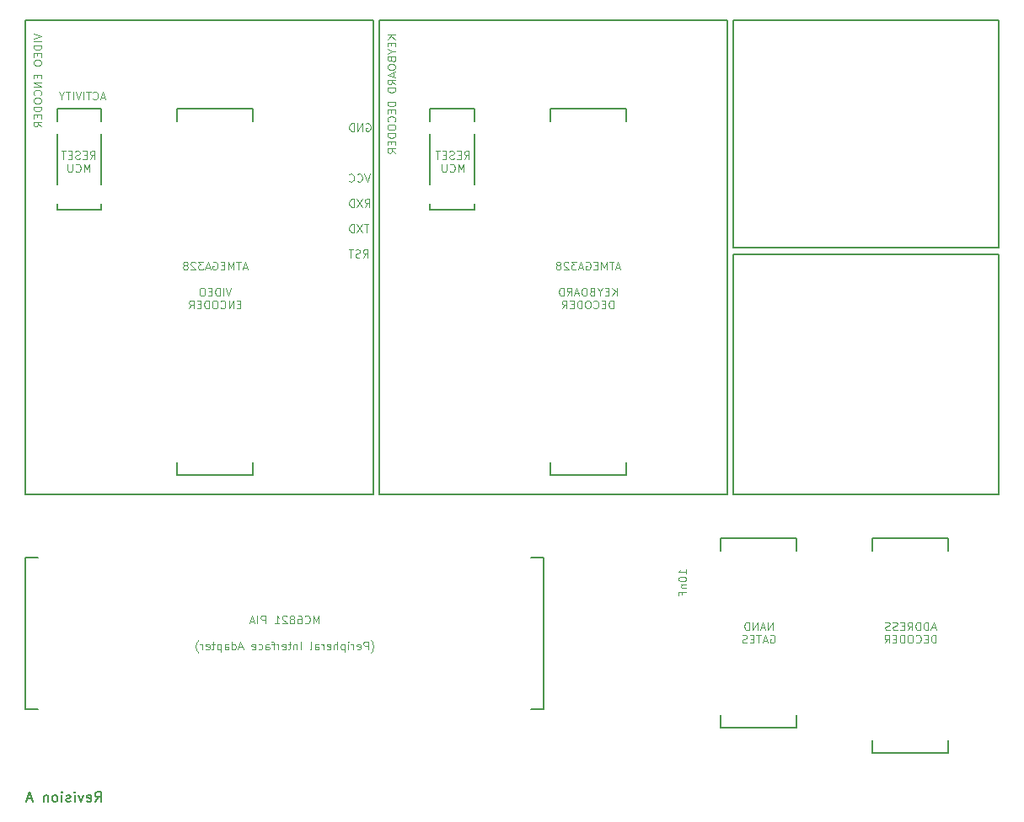
<source format=gbo>
G04 #@! TF.FileFunction,Legend,Bot*
%FSLAX46Y46*%
G04 Gerber Fmt 4.6, Leading zero omitted, Abs format (unit mm)*
G04 Created by KiCad (PCBNEW 4.0.7) date 01/22/20 13:23:21*
%MOMM*%
%LPD*%
G01*
G04 APERTURE LIST*
%ADD10C,0.100000*%
%ADD11C,0.200000*%
%ADD12C,0.150000*%
G04 APERTURE END LIST*
D10*
X130428810Y-81006905D02*
X130695477Y-80625952D01*
X130885953Y-81006905D02*
X130885953Y-80206905D01*
X130581191Y-80206905D01*
X130505000Y-80245000D01*
X130466905Y-80283095D01*
X130428810Y-80359286D01*
X130428810Y-80473571D01*
X130466905Y-80549762D01*
X130505000Y-80587857D01*
X130581191Y-80625952D01*
X130885953Y-80625952D01*
X130124048Y-80968810D02*
X130009762Y-81006905D01*
X129819286Y-81006905D01*
X129743096Y-80968810D01*
X129705000Y-80930714D01*
X129666905Y-80854524D01*
X129666905Y-80778333D01*
X129705000Y-80702143D01*
X129743096Y-80664048D01*
X129819286Y-80625952D01*
X129971667Y-80587857D01*
X130047858Y-80549762D01*
X130085953Y-80511667D01*
X130124048Y-80435476D01*
X130124048Y-80359286D01*
X130085953Y-80283095D01*
X130047858Y-80245000D01*
X129971667Y-80206905D01*
X129781191Y-80206905D01*
X129666905Y-80245000D01*
X129438334Y-80206905D02*
X128981191Y-80206905D01*
X129209762Y-81006905D02*
X129209762Y-80206905D01*
X131114524Y-72586905D02*
X130847857Y-73386905D01*
X130581190Y-72586905D01*
X129857381Y-73310714D02*
X129895476Y-73348810D01*
X130009762Y-73386905D01*
X130085952Y-73386905D01*
X130200238Y-73348810D01*
X130276429Y-73272619D01*
X130314524Y-73196429D01*
X130352619Y-73044048D01*
X130352619Y-72929762D01*
X130314524Y-72777381D01*
X130276429Y-72701190D01*
X130200238Y-72625000D01*
X130085952Y-72586905D01*
X130009762Y-72586905D01*
X129895476Y-72625000D01*
X129857381Y-72663095D01*
X129057381Y-73310714D02*
X129095476Y-73348810D01*
X129209762Y-73386905D01*
X129285952Y-73386905D01*
X129400238Y-73348810D01*
X129476429Y-73272619D01*
X129514524Y-73196429D01*
X129552619Y-73044048D01*
X129552619Y-72929762D01*
X129514524Y-72777381D01*
X129476429Y-72701190D01*
X129400238Y-72625000D01*
X129285952Y-72586905D01*
X129209762Y-72586905D01*
X129095476Y-72625000D01*
X129057381Y-72663095D01*
X130619286Y-75926905D02*
X130885953Y-75545952D01*
X131076429Y-75926905D02*
X131076429Y-75126905D01*
X130771667Y-75126905D01*
X130695476Y-75165000D01*
X130657381Y-75203095D01*
X130619286Y-75279286D01*
X130619286Y-75393571D01*
X130657381Y-75469762D01*
X130695476Y-75507857D01*
X130771667Y-75545952D01*
X131076429Y-75545952D01*
X130352619Y-75126905D02*
X129819286Y-75926905D01*
X129819286Y-75126905D02*
X130352619Y-75926905D01*
X129514524Y-75926905D02*
X129514524Y-75126905D01*
X129324048Y-75126905D01*
X129209762Y-75165000D01*
X129133571Y-75241190D01*
X129095476Y-75317381D01*
X129057381Y-75469762D01*
X129057381Y-75584048D01*
X129095476Y-75736429D01*
X129133571Y-75812619D01*
X129209762Y-75888810D01*
X129324048Y-75926905D01*
X129514524Y-75926905D01*
X131000239Y-77666905D02*
X130543096Y-77666905D01*
X130771667Y-78466905D02*
X130771667Y-77666905D01*
X130352619Y-77666905D02*
X129819286Y-78466905D01*
X129819286Y-77666905D02*
X130352619Y-78466905D01*
X129514524Y-78466905D02*
X129514524Y-77666905D01*
X129324048Y-77666905D01*
X129209762Y-77705000D01*
X129133571Y-77781190D01*
X129095476Y-77857381D01*
X129057381Y-78009762D01*
X129057381Y-78124048D01*
X129095476Y-78276429D01*
X129133571Y-78352619D01*
X129209762Y-78428810D01*
X129324048Y-78466905D01*
X129514524Y-78466905D01*
X130733571Y-67545000D02*
X130809762Y-67506905D01*
X130924047Y-67506905D01*
X131038333Y-67545000D01*
X131114524Y-67621190D01*
X131152619Y-67697381D01*
X131190714Y-67849762D01*
X131190714Y-67964048D01*
X131152619Y-68116429D01*
X131114524Y-68192619D01*
X131038333Y-68268810D01*
X130924047Y-68306905D01*
X130847857Y-68306905D01*
X130733571Y-68268810D01*
X130695476Y-68230714D01*
X130695476Y-67964048D01*
X130847857Y-67964048D01*
X130352619Y-68306905D02*
X130352619Y-67506905D01*
X129895476Y-68306905D01*
X129895476Y-67506905D01*
X129514524Y-68306905D02*
X129514524Y-67506905D01*
X129324048Y-67506905D01*
X129209762Y-67545000D01*
X129133571Y-67621190D01*
X129095476Y-67697381D01*
X129057381Y-67849762D01*
X129057381Y-67964048D01*
X129095476Y-68116429D01*
X129133571Y-68192619D01*
X129209762Y-68268810D01*
X129324048Y-68306905D01*
X129514524Y-68306905D01*
X104501666Y-64903333D02*
X104120714Y-64903333D01*
X104577857Y-65131905D02*
X104311190Y-64331905D01*
X104044523Y-65131905D01*
X103320714Y-65055714D02*
X103358809Y-65093810D01*
X103473095Y-65131905D01*
X103549285Y-65131905D01*
X103663571Y-65093810D01*
X103739762Y-65017619D01*
X103777857Y-64941429D01*
X103815952Y-64789048D01*
X103815952Y-64674762D01*
X103777857Y-64522381D01*
X103739762Y-64446190D01*
X103663571Y-64370000D01*
X103549285Y-64331905D01*
X103473095Y-64331905D01*
X103358809Y-64370000D01*
X103320714Y-64408095D01*
X103092143Y-64331905D02*
X102635000Y-64331905D01*
X102863571Y-65131905D02*
X102863571Y-64331905D01*
X102368333Y-65131905D02*
X102368333Y-64331905D01*
X102101667Y-64331905D02*
X101835000Y-65131905D01*
X101568333Y-64331905D01*
X101301667Y-65131905D02*
X101301667Y-64331905D01*
X101035001Y-64331905D02*
X100577858Y-64331905D01*
X100806429Y-65131905D02*
X100806429Y-64331905D01*
X100158810Y-64750952D02*
X100158810Y-65131905D01*
X100425477Y-64331905D02*
X100158810Y-64750952D01*
X99892143Y-64331905D01*
D11*
X137160000Y-68580000D02*
X137160000Y-73660000D01*
X141605000Y-73660000D02*
X141605000Y-68580000D01*
X141605000Y-76200000D02*
X141605000Y-75565000D01*
X137160000Y-76200000D02*
X141605000Y-76200000D01*
X137160000Y-75565000D02*
X137160000Y-76200000D01*
X141605000Y-66040000D02*
X141605000Y-67310000D01*
X137160000Y-66040000D02*
X141605000Y-66040000D01*
X137160000Y-67310000D02*
X137160000Y-66040000D01*
X99695000Y-68580000D02*
X99695000Y-73660000D01*
X104140000Y-73660000D02*
X104140000Y-68580000D01*
X104140000Y-75565000D02*
X104140000Y-76200000D01*
X99695000Y-76200000D02*
X104140000Y-76200000D01*
X99695000Y-75565000D02*
X99695000Y-76200000D01*
X104140000Y-66040000D02*
X104140000Y-67310000D01*
X99695000Y-66040000D02*
X104140000Y-66040000D01*
X99695000Y-67310000D02*
X99695000Y-66040000D01*
D10*
X140607905Y-71085905D02*
X140874572Y-70704952D01*
X141065048Y-71085905D02*
X141065048Y-70285905D01*
X140760286Y-70285905D01*
X140684095Y-70324000D01*
X140646000Y-70362095D01*
X140607905Y-70438286D01*
X140607905Y-70552571D01*
X140646000Y-70628762D01*
X140684095Y-70666857D01*
X140760286Y-70704952D01*
X141065048Y-70704952D01*
X140265048Y-70666857D02*
X139998381Y-70666857D01*
X139884095Y-71085905D02*
X140265048Y-71085905D01*
X140265048Y-70285905D01*
X139884095Y-70285905D01*
X139579333Y-71047810D02*
X139465047Y-71085905D01*
X139274571Y-71085905D01*
X139198381Y-71047810D01*
X139160285Y-71009714D01*
X139122190Y-70933524D01*
X139122190Y-70857333D01*
X139160285Y-70781143D01*
X139198381Y-70743048D01*
X139274571Y-70704952D01*
X139426952Y-70666857D01*
X139503143Y-70628762D01*
X139541238Y-70590667D01*
X139579333Y-70514476D01*
X139579333Y-70438286D01*
X139541238Y-70362095D01*
X139503143Y-70324000D01*
X139426952Y-70285905D01*
X139236476Y-70285905D01*
X139122190Y-70324000D01*
X138779333Y-70666857D02*
X138512666Y-70666857D01*
X138398380Y-71085905D02*
X138779333Y-71085905D01*
X138779333Y-70285905D01*
X138398380Y-70285905D01*
X138169809Y-70285905D02*
X137712666Y-70285905D01*
X137941237Y-71085905D02*
X137941237Y-70285905D01*
X140531714Y-72385905D02*
X140531714Y-71585905D01*
X140265047Y-72157333D01*
X139998380Y-71585905D01*
X139998380Y-72385905D01*
X139160285Y-72309714D02*
X139198380Y-72347810D01*
X139312666Y-72385905D01*
X139388856Y-72385905D01*
X139503142Y-72347810D01*
X139579333Y-72271619D01*
X139617428Y-72195429D01*
X139655523Y-72043048D01*
X139655523Y-71928762D01*
X139617428Y-71776381D01*
X139579333Y-71700190D01*
X139503142Y-71624000D01*
X139388856Y-71585905D01*
X139312666Y-71585905D01*
X139198380Y-71624000D01*
X139160285Y-71662095D01*
X138817428Y-71585905D02*
X138817428Y-72233524D01*
X138779333Y-72309714D01*
X138741237Y-72347810D01*
X138665047Y-72385905D01*
X138512666Y-72385905D01*
X138436475Y-72347810D01*
X138398380Y-72309714D01*
X138360285Y-72233524D01*
X138360285Y-71585905D01*
X103015905Y-71085905D02*
X103282572Y-70704952D01*
X103473048Y-71085905D02*
X103473048Y-70285905D01*
X103168286Y-70285905D01*
X103092095Y-70324000D01*
X103054000Y-70362095D01*
X103015905Y-70438286D01*
X103015905Y-70552571D01*
X103054000Y-70628762D01*
X103092095Y-70666857D01*
X103168286Y-70704952D01*
X103473048Y-70704952D01*
X102673048Y-70666857D02*
X102406381Y-70666857D01*
X102292095Y-71085905D02*
X102673048Y-71085905D01*
X102673048Y-70285905D01*
X102292095Y-70285905D01*
X101987333Y-71047810D02*
X101873047Y-71085905D01*
X101682571Y-71085905D01*
X101606381Y-71047810D01*
X101568285Y-71009714D01*
X101530190Y-70933524D01*
X101530190Y-70857333D01*
X101568285Y-70781143D01*
X101606381Y-70743048D01*
X101682571Y-70704952D01*
X101834952Y-70666857D01*
X101911143Y-70628762D01*
X101949238Y-70590667D01*
X101987333Y-70514476D01*
X101987333Y-70438286D01*
X101949238Y-70362095D01*
X101911143Y-70324000D01*
X101834952Y-70285905D01*
X101644476Y-70285905D01*
X101530190Y-70324000D01*
X101187333Y-70666857D02*
X100920666Y-70666857D01*
X100806380Y-71085905D02*
X101187333Y-71085905D01*
X101187333Y-70285905D01*
X100806380Y-70285905D01*
X100577809Y-70285905D02*
X100120666Y-70285905D01*
X100349237Y-71085905D02*
X100349237Y-70285905D01*
X102939714Y-72385905D02*
X102939714Y-71585905D01*
X102673047Y-72157333D01*
X102406380Y-71585905D01*
X102406380Y-72385905D01*
X101568285Y-72309714D02*
X101606380Y-72347810D01*
X101720666Y-72385905D01*
X101796856Y-72385905D01*
X101911142Y-72347810D01*
X101987333Y-72271619D01*
X102025428Y-72195429D01*
X102063523Y-72043048D01*
X102063523Y-71928762D01*
X102025428Y-71776381D01*
X101987333Y-71700190D01*
X101911142Y-71624000D01*
X101796856Y-71585905D01*
X101720666Y-71585905D01*
X101606380Y-71624000D01*
X101568285Y-71662095D01*
X101225428Y-71585905D02*
X101225428Y-72233524D01*
X101187333Y-72309714D01*
X101149237Y-72347810D01*
X101073047Y-72385905D01*
X100920666Y-72385905D01*
X100844475Y-72347810D01*
X100806380Y-72309714D01*
X100768285Y-72233524D01*
X100768285Y-71585905D01*
D11*
X131445000Y-57150000D02*
X131445000Y-104775000D01*
X129540000Y-57150000D02*
X131445000Y-57150000D01*
X132080000Y-57150000D02*
X133985000Y-57150000D01*
X132080000Y-104775000D02*
X132080000Y-57150000D01*
X133985000Y-104775000D02*
X132080000Y-104775000D01*
X129540000Y-104775000D02*
X131445000Y-104775000D01*
X194310000Y-80010000D02*
X167640000Y-80010000D01*
X194310000Y-57150000D02*
X194310000Y-80010000D01*
X167640000Y-57150000D02*
X194310000Y-57150000D01*
X167640000Y-80010000D02*
X167640000Y-57150000D01*
X167640000Y-104775000D02*
X167640000Y-80645000D01*
X194310000Y-104775000D02*
X167640000Y-104775000D01*
X194310000Y-80645000D02*
X194310000Y-104775000D01*
X167640000Y-80645000D02*
X194310000Y-80645000D01*
D10*
X133711905Y-58610476D02*
X132911905Y-58610476D01*
X133711905Y-59067619D02*
X133254762Y-58724762D01*
X132911905Y-59067619D02*
X133369048Y-58610476D01*
X133292857Y-59410476D02*
X133292857Y-59677143D01*
X133711905Y-59791429D02*
X133711905Y-59410476D01*
X132911905Y-59410476D01*
X132911905Y-59791429D01*
X133330952Y-60286667D02*
X133711905Y-60286667D01*
X132911905Y-60020000D02*
X133330952Y-60286667D01*
X132911905Y-60553334D01*
X133292857Y-61086667D02*
X133330952Y-61200953D01*
X133369048Y-61239048D01*
X133445238Y-61277143D01*
X133559524Y-61277143D01*
X133635714Y-61239048D01*
X133673810Y-61200953D01*
X133711905Y-61124762D01*
X133711905Y-60820000D01*
X132911905Y-60820000D01*
X132911905Y-61086667D01*
X132950000Y-61162857D01*
X132988095Y-61200953D01*
X133064286Y-61239048D01*
X133140476Y-61239048D01*
X133216667Y-61200953D01*
X133254762Y-61162857D01*
X133292857Y-61086667D01*
X133292857Y-60820000D01*
X132911905Y-61772381D02*
X132911905Y-61924762D01*
X132950000Y-62000953D01*
X133026190Y-62077143D01*
X133178571Y-62115238D01*
X133445238Y-62115238D01*
X133597619Y-62077143D01*
X133673810Y-62000953D01*
X133711905Y-61924762D01*
X133711905Y-61772381D01*
X133673810Y-61696191D01*
X133597619Y-61620000D01*
X133445238Y-61581905D01*
X133178571Y-61581905D01*
X133026190Y-61620000D01*
X132950000Y-61696191D01*
X132911905Y-61772381D01*
X133483333Y-62420000D02*
X133483333Y-62800952D01*
X133711905Y-62343809D02*
X132911905Y-62610476D01*
X133711905Y-62877143D01*
X133711905Y-63600952D02*
X133330952Y-63334285D01*
X133711905Y-63143809D02*
X132911905Y-63143809D01*
X132911905Y-63448571D01*
X132950000Y-63524762D01*
X132988095Y-63562857D01*
X133064286Y-63600952D01*
X133178571Y-63600952D01*
X133254762Y-63562857D01*
X133292857Y-63524762D01*
X133330952Y-63448571D01*
X133330952Y-63143809D01*
X133711905Y-63943809D02*
X132911905Y-63943809D01*
X132911905Y-64134285D01*
X132950000Y-64248571D01*
X133026190Y-64324762D01*
X133102381Y-64362857D01*
X133254762Y-64400952D01*
X133369048Y-64400952D01*
X133521429Y-64362857D01*
X133597619Y-64324762D01*
X133673810Y-64248571D01*
X133711905Y-64134285D01*
X133711905Y-63943809D01*
X133711905Y-65353333D02*
X132911905Y-65353333D01*
X132911905Y-65543809D01*
X132950000Y-65658095D01*
X133026190Y-65734286D01*
X133102381Y-65772381D01*
X133254762Y-65810476D01*
X133369048Y-65810476D01*
X133521429Y-65772381D01*
X133597619Y-65734286D01*
X133673810Y-65658095D01*
X133711905Y-65543809D01*
X133711905Y-65353333D01*
X133292857Y-66153333D02*
X133292857Y-66420000D01*
X133711905Y-66534286D02*
X133711905Y-66153333D01*
X132911905Y-66153333D01*
X132911905Y-66534286D01*
X133635714Y-67334286D02*
X133673810Y-67296191D01*
X133711905Y-67181905D01*
X133711905Y-67105715D01*
X133673810Y-66991429D01*
X133597619Y-66915238D01*
X133521429Y-66877143D01*
X133369048Y-66839048D01*
X133254762Y-66839048D01*
X133102381Y-66877143D01*
X133026190Y-66915238D01*
X132950000Y-66991429D01*
X132911905Y-67105715D01*
X132911905Y-67181905D01*
X132950000Y-67296191D01*
X132988095Y-67334286D01*
X132911905Y-67829524D02*
X132911905Y-67981905D01*
X132950000Y-68058096D01*
X133026190Y-68134286D01*
X133178571Y-68172381D01*
X133445238Y-68172381D01*
X133597619Y-68134286D01*
X133673810Y-68058096D01*
X133711905Y-67981905D01*
X133711905Y-67829524D01*
X133673810Y-67753334D01*
X133597619Y-67677143D01*
X133445238Y-67639048D01*
X133178571Y-67639048D01*
X133026190Y-67677143D01*
X132950000Y-67753334D01*
X132911905Y-67829524D01*
X133711905Y-68515238D02*
X132911905Y-68515238D01*
X132911905Y-68705714D01*
X132950000Y-68820000D01*
X133026190Y-68896191D01*
X133102381Y-68934286D01*
X133254762Y-68972381D01*
X133369048Y-68972381D01*
X133521429Y-68934286D01*
X133597619Y-68896191D01*
X133673810Y-68820000D01*
X133711905Y-68705714D01*
X133711905Y-68515238D01*
X133292857Y-69315238D02*
X133292857Y-69581905D01*
X133711905Y-69696191D02*
X133711905Y-69315238D01*
X132911905Y-69315238D01*
X132911905Y-69696191D01*
X133711905Y-70496191D02*
X133330952Y-70229524D01*
X133711905Y-70039048D02*
X132911905Y-70039048D01*
X132911905Y-70343810D01*
X132950000Y-70420001D01*
X132988095Y-70458096D01*
X133064286Y-70496191D01*
X133178571Y-70496191D01*
X133254762Y-70458096D01*
X133292857Y-70420001D01*
X133330952Y-70343810D01*
X133330952Y-70039048D01*
X97351905Y-58496190D02*
X98151905Y-58762857D01*
X97351905Y-59029524D01*
X98151905Y-59296190D02*
X97351905Y-59296190D01*
X98151905Y-59677142D02*
X97351905Y-59677142D01*
X97351905Y-59867618D01*
X97390000Y-59981904D01*
X97466190Y-60058095D01*
X97542381Y-60096190D01*
X97694762Y-60134285D01*
X97809048Y-60134285D01*
X97961429Y-60096190D01*
X98037619Y-60058095D01*
X98113810Y-59981904D01*
X98151905Y-59867618D01*
X98151905Y-59677142D01*
X97732857Y-60477142D02*
X97732857Y-60743809D01*
X98151905Y-60858095D02*
X98151905Y-60477142D01*
X97351905Y-60477142D01*
X97351905Y-60858095D01*
X97351905Y-61353333D02*
X97351905Y-61505714D01*
X97390000Y-61581905D01*
X97466190Y-61658095D01*
X97618571Y-61696190D01*
X97885238Y-61696190D01*
X98037619Y-61658095D01*
X98113810Y-61581905D01*
X98151905Y-61505714D01*
X98151905Y-61353333D01*
X98113810Y-61277143D01*
X98037619Y-61200952D01*
X97885238Y-61162857D01*
X97618571Y-61162857D01*
X97466190Y-61200952D01*
X97390000Y-61277143D01*
X97351905Y-61353333D01*
X97732857Y-62648571D02*
X97732857Y-62915238D01*
X98151905Y-63029524D02*
X98151905Y-62648571D01*
X97351905Y-62648571D01*
X97351905Y-63029524D01*
X98151905Y-63372381D02*
X97351905Y-63372381D01*
X98151905Y-63829524D01*
X97351905Y-63829524D01*
X98075714Y-64667619D02*
X98113810Y-64629524D01*
X98151905Y-64515238D01*
X98151905Y-64439048D01*
X98113810Y-64324762D01*
X98037619Y-64248571D01*
X97961429Y-64210476D01*
X97809048Y-64172381D01*
X97694762Y-64172381D01*
X97542381Y-64210476D01*
X97466190Y-64248571D01*
X97390000Y-64324762D01*
X97351905Y-64439048D01*
X97351905Y-64515238D01*
X97390000Y-64629524D01*
X97428095Y-64667619D01*
X97351905Y-65162857D02*
X97351905Y-65315238D01*
X97390000Y-65391429D01*
X97466190Y-65467619D01*
X97618571Y-65505714D01*
X97885238Y-65505714D01*
X98037619Y-65467619D01*
X98113810Y-65391429D01*
X98151905Y-65315238D01*
X98151905Y-65162857D01*
X98113810Y-65086667D01*
X98037619Y-65010476D01*
X97885238Y-64972381D01*
X97618571Y-64972381D01*
X97466190Y-65010476D01*
X97390000Y-65086667D01*
X97351905Y-65162857D01*
X98151905Y-65848571D02*
X97351905Y-65848571D01*
X97351905Y-66039047D01*
X97390000Y-66153333D01*
X97466190Y-66229524D01*
X97542381Y-66267619D01*
X97694762Y-66305714D01*
X97809048Y-66305714D01*
X97961429Y-66267619D01*
X98037619Y-66229524D01*
X98113810Y-66153333D01*
X98151905Y-66039047D01*
X98151905Y-65848571D01*
X97732857Y-66648571D02*
X97732857Y-66915238D01*
X98151905Y-67029524D02*
X98151905Y-66648571D01*
X97351905Y-66648571D01*
X97351905Y-67029524D01*
X98151905Y-67829524D02*
X97770952Y-67562857D01*
X98151905Y-67372381D02*
X97351905Y-67372381D01*
X97351905Y-67677143D01*
X97390000Y-67753334D01*
X97428095Y-67791429D01*
X97504286Y-67829524D01*
X97618571Y-67829524D01*
X97694762Y-67791429D01*
X97732857Y-67753334D01*
X97770952Y-67677143D01*
X97770952Y-67372381D01*
D11*
X96520000Y-104775000D02*
X129540000Y-104775000D01*
X96520000Y-57150000D02*
X96520000Y-104775000D01*
X129540000Y-57150000D02*
X96520000Y-57150000D01*
X133985000Y-104775000D02*
X167005000Y-104775000D01*
X167005000Y-57150000D02*
X133985000Y-57150000D01*
X167005000Y-104775000D02*
X167005000Y-57150000D01*
X156845000Y-102870000D02*
X156845000Y-101600000D01*
X149225000Y-102870000D02*
X156845000Y-102870000D01*
X149225000Y-101600000D02*
X149225000Y-102870000D01*
X119380000Y-102870000D02*
X119380000Y-101600000D01*
X111760000Y-102870000D02*
X119380000Y-102870000D01*
X111760000Y-101600000D02*
X111760000Y-102870000D01*
X156845000Y-66040000D02*
X156845000Y-67310000D01*
X149225000Y-66040000D02*
X156845000Y-66040000D01*
X149225000Y-67310000D02*
X149225000Y-66040000D01*
X119380000Y-66040000D02*
X119380000Y-67310000D01*
X111760000Y-66040000D02*
X119380000Y-66040000D01*
X111760000Y-67310000D02*
X111760000Y-66040000D01*
X173990000Y-128270000D02*
X173990000Y-127000000D01*
X166370000Y-128270000D02*
X173990000Y-128270000D01*
X166370000Y-127000000D02*
X166370000Y-128270000D01*
X189230000Y-130810000D02*
X189230000Y-129540000D01*
X181610000Y-130810000D02*
X189230000Y-130810000D01*
X181610000Y-129540000D02*
X181610000Y-130810000D01*
X189230000Y-109220000D02*
X189230000Y-110490000D01*
X181610000Y-109220000D02*
X189230000Y-109220000D01*
X181610000Y-110490000D02*
X181610000Y-109220000D01*
X173990000Y-109220000D02*
X173990000Y-110490000D01*
X166370000Y-109220000D02*
X173990000Y-109220000D01*
X166370000Y-110490000D02*
X166370000Y-109220000D01*
X148590000Y-126365000D02*
X147320000Y-126365000D01*
X148590000Y-111125000D02*
X148590000Y-126365000D01*
X147320000Y-111125000D02*
X148590000Y-111125000D01*
X96520000Y-126365000D02*
X97790000Y-126365000D01*
X96520000Y-111125000D02*
X96520000Y-126365000D01*
X97790000Y-111125000D02*
X96520000Y-111125000D01*
D12*
X103520000Y-135707381D02*
X103853334Y-135231190D01*
X104091429Y-135707381D02*
X104091429Y-134707381D01*
X103710476Y-134707381D01*
X103615238Y-134755000D01*
X103567619Y-134802619D01*
X103520000Y-134897857D01*
X103520000Y-135040714D01*
X103567619Y-135135952D01*
X103615238Y-135183571D01*
X103710476Y-135231190D01*
X104091429Y-135231190D01*
X102710476Y-135659762D02*
X102805714Y-135707381D01*
X102996191Y-135707381D01*
X103091429Y-135659762D01*
X103139048Y-135564524D01*
X103139048Y-135183571D01*
X103091429Y-135088333D01*
X102996191Y-135040714D01*
X102805714Y-135040714D01*
X102710476Y-135088333D01*
X102662857Y-135183571D01*
X102662857Y-135278810D01*
X103139048Y-135374048D01*
X102329524Y-135040714D02*
X102091429Y-135707381D01*
X101853333Y-135040714D01*
X101472381Y-135707381D02*
X101472381Y-135040714D01*
X101472381Y-134707381D02*
X101520000Y-134755000D01*
X101472381Y-134802619D01*
X101424762Y-134755000D01*
X101472381Y-134707381D01*
X101472381Y-134802619D01*
X101043810Y-135659762D02*
X100948572Y-135707381D01*
X100758096Y-135707381D01*
X100662857Y-135659762D01*
X100615238Y-135564524D01*
X100615238Y-135516905D01*
X100662857Y-135421667D01*
X100758096Y-135374048D01*
X100900953Y-135374048D01*
X100996191Y-135326429D01*
X101043810Y-135231190D01*
X101043810Y-135183571D01*
X100996191Y-135088333D01*
X100900953Y-135040714D01*
X100758096Y-135040714D01*
X100662857Y-135088333D01*
X100186667Y-135707381D02*
X100186667Y-135040714D01*
X100186667Y-134707381D02*
X100234286Y-134755000D01*
X100186667Y-134802619D01*
X100139048Y-134755000D01*
X100186667Y-134707381D01*
X100186667Y-134802619D01*
X99567620Y-135707381D02*
X99662858Y-135659762D01*
X99710477Y-135612143D01*
X99758096Y-135516905D01*
X99758096Y-135231190D01*
X99710477Y-135135952D01*
X99662858Y-135088333D01*
X99567620Y-135040714D01*
X99424762Y-135040714D01*
X99329524Y-135088333D01*
X99281905Y-135135952D01*
X99234286Y-135231190D01*
X99234286Y-135516905D01*
X99281905Y-135612143D01*
X99329524Y-135659762D01*
X99424762Y-135707381D01*
X99567620Y-135707381D01*
X98805715Y-135040714D02*
X98805715Y-135707381D01*
X98805715Y-135135952D02*
X98758096Y-135088333D01*
X98662858Y-135040714D01*
X98520000Y-135040714D01*
X98424762Y-135088333D01*
X98377143Y-135183571D01*
X98377143Y-135707381D01*
X97186667Y-135421667D02*
X96710476Y-135421667D01*
X97281905Y-135707381D02*
X96948572Y-134707381D01*
X96615238Y-135707381D01*
D10*
X125983572Y-117806905D02*
X125983572Y-117006905D01*
X125716905Y-117578333D01*
X125450238Y-117006905D01*
X125450238Y-117806905D01*
X124612143Y-117730714D02*
X124650238Y-117768810D01*
X124764524Y-117806905D01*
X124840714Y-117806905D01*
X124955000Y-117768810D01*
X125031191Y-117692619D01*
X125069286Y-117616429D01*
X125107381Y-117464048D01*
X125107381Y-117349762D01*
X125069286Y-117197381D01*
X125031191Y-117121190D01*
X124955000Y-117045000D01*
X124840714Y-117006905D01*
X124764524Y-117006905D01*
X124650238Y-117045000D01*
X124612143Y-117083095D01*
X123926429Y-117006905D02*
X124078810Y-117006905D01*
X124155000Y-117045000D01*
X124193095Y-117083095D01*
X124269286Y-117197381D01*
X124307381Y-117349762D01*
X124307381Y-117654524D01*
X124269286Y-117730714D01*
X124231191Y-117768810D01*
X124155000Y-117806905D01*
X124002619Y-117806905D01*
X123926429Y-117768810D01*
X123888333Y-117730714D01*
X123850238Y-117654524D01*
X123850238Y-117464048D01*
X123888333Y-117387857D01*
X123926429Y-117349762D01*
X124002619Y-117311667D01*
X124155000Y-117311667D01*
X124231191Y-117349762D01*
X124269286Y-117387857D01*
X124307381Y-117464048D01*
X123393095Y-117349762D02*
X123469286Y-117311667D01*
X123507381Y-117273571D01*
X123545476Y-117197381D01*
X123545476Y-117159286D01*
X123507381Y-117083095D01*
X123469286Y-117045000D01*
X123393095Y-117006905D01*
X123240714Y-117006905D01*
X123164524Y-117045000D01*
X123126428Y-117083095D01*
X123088333Y-117159286D01*
X123088333Y-117197381D01*
X123126428Y-117273571D01*
X123164524Y-117311667D01*
X123240714Y-117349762D01*
X123393095Y-117349762D01*
X123469286Y-117387857D01*
X123507381Y-117425952D01*
X123545476Y-117502143D01*
X123545476Y-117654524D01*
X123507381Y-117730714D01*
X123469286Y-117768810D01*
X123393095Y-117806905D01*
X123240714Y-117806905D01*
X123164524Y-117768810D01*
X123126428Y-117730714D01*
X123088333Y-117654524D01*
X123088333Y-117502143D01*
X123126428Y-117425952D01*
X123164524Y-117387857D01*
X123240714Y-117349762D01*
X122783571Y-117083095D02*
X122745476Y-117045000D01*
X122669285Y-117006905D01*
X122478809Y-117006905D01*
X122402619Y-117045000D01*
X122364523Y-117083095D01*
X122326428Y-117159286D01*
X122326428Y-117235476D01*
X122364523Y-117349762D01*
X122821666Y-117806905D01*
X122326428Y-117806905D01*
X121564523Y-117806905D02*
X122021666Y-117806905D01*
X121793095Y-117806905D02*
X121793095Y-117006905D01*
X121869285Y-117121190D01*
X121945476Y-117197381D01*
X122021666Y-117235476D01*
X120612142Y-117806905D02*
X120612142Y-117006905D01*
X120307380Y-117006905D01*
X120231189Y-117045000D01*
X120193094Y-117083095D01*
X120154999Y-117159286D01*
X120154999Y-117273571D01*
X120193094Y-117349762D01*
X120231189Y-117387857D01*
X120307380Y-117425952D01*
X120612142Y-117425952D01*
X119812142Y-117806905D02*
X119812142Y-117006905D01*
X119469285Y-117578333D02*
X119088333Y-117578333D01*
X119545476Y-117806905D02*
X119278809Y-117006905D01*
X119012142Y-117806905D01*
X131240714Y-120711667D02*
X131278810Y-120673571D01*
X131355000Y-120559286D01*
X131393095Y-120483095D01*
X131431191Y-120368810D01*
X131469286Y-120178333D01*
X131469286Y-120025952D01*
X131431191Y-119835476D01*
X131393095Y-119721190D01*
X131355000Y-119645000D01*
X131278810Y-119530714D01*
X131240714Y-119492619D01*
X130935953Y-120406905D02*
X130935953Y-119606905D01*
X130631191Y-119606905D01*
X130555000Y-119645000D01*
X130516905Y-119683095D01*
X130478810Y-119759286D01*
X130478810Y-119873571D01*
X130516905Y-119949762D01*
X130555000Y-119987857D01*
X130631191Y-120025952D01*
X130935953Y-120025952D01*
X129831191Y-120368810D02*
X129907381Y-120406905D01*
X130059762Y-120406905D01*
X130135953Y-120368810D01*
X130174048Y-120292619D01*
X130174048Y-119987857D01*
X130135953Y-119911667D01*
X130059762Y-119873571D01*
X129907381Y-119873571D01*
X129831191Y-119911667D01*
X129793096Y-119987857D01*
X129793096Y-120064048D01*
X130174048Y-120140238D01*
X129450239Y-120406905D02*
X129450239Y-119873571D01*
X129450239Y-120025952D02*
X129412144Y-119949762D01*
X129374048Y-119911667D01*
X129297858Y-119873571D01*
X129221667Y-119873571D01*
X128955001Y-120406905D02*
X128955001Y-119873571D01*
X128955001Y-119606905D02*
X128993096Y-119645000D01*
X128955001Y-119683095D01*
X128916906Y-119645000D01*
X128955001Y-119606905D01*
X128955001Y-119683095D01*
X128574049Y-119873571D02*
X128574049Y-120673571D01*
X128574049Y-119911667D02*
X128497858Y-119873571D01*
X128345477Y-119873571D01*
X128269287Y-119911667D01*
X128231192Y-119949762D01*
X128193096Y-120025952D01*
X128193096Y-120254524D01*
X128231192Y-120330714D01*
X128269287Y-120368810D01*
X128345477Y-120406905D01*
X128497858Y-120406905D01*
X128574049Y-120368810D01*
X127850239Y-120406905D02*
X127850239Y-119606905D01*
X127507382Y-120406905D02*
X127507382Y-119987857D01*
X127545477Y-119911667D01*
X127621667Y-119873571D01*
X127735953Y-119873571D01*
X127812144Y-119911667D01*
X127850239Y-119949762D01*
X126821667Y-120368810D02*
X126897857Y-120406905D01*
X127050238Y-120406905D01*
X127126429Y-120368810D01*
X127164524Y-120292619D01*
X127164524Y-119987857D01*
X127126429Y-119911667D01*
X127050238Y-119873571D01*
X126897857Y-119873571D01*
X126821667Y-119911667D01*
X126783572Y-119987857D01*
X126783572Y-120064048D01*
X127164524Y-120140238D01*
X126440715Y-120406905D02*
X126440715Y-119873571D01*
X126440715Y-120025952D02*
X126402620Y-119949762D01*
X126364524Y-119911667D01*
X126288334Y-119873571D01*
X126212143Y-119873571D01*
X125602620Y-120406905D02*
X125602620Y-119987857D01*
X125640715Y-119911667D01*
X125716905Y-119873571D01*
X125869286Y-119873571D01*
X125945477Y-119911667D01*
X125602620Y-120368810D02*
X125678810Y-120406905D01*
X125869286Y-120406905D01*
X125945477Y-120368810D01*
X125983572Y-120292619D01*
X125983572Y-120216429D01*
X125945477Y-120140238D01*
X125869286Y-120102143D01*
X125678810Y-120102143D01*
X125602620Y-120064048D01*
X125107381Y-120406905D02*
X125183572Y-120368810D01*
X125221667Y-120292619D01*
X125221667Y-119606905D01*
X124193095Y-120406905D02*
X124193095Y-119606905D01*
X123812143Y-119873571D02*
X123812143Y-120406905D01*
X123812143Y-119949762D02*
X123774048Y-119911667D01*
X123697857Y-119873571D01*
X123583571Y-119873571D01*
X123507381Y-119911667D01*
X123469286Y-119987857D01*
X123469286Y-120406905D01*
X123202619Y-119873571D02*
X122897857Y-119873571D01*
X123088333Y-119606905D02*
X123088333Y-120292619D01*
X123050238Y-120368810D01*
X122974047Y-120406905D01*
X122897857Y-120406905D01*
X122326428Y-120368810D02*
X122402618Y-120406905D01*
X122554999Y-120406905D01*
X122631190Y-120368810D01*
X122669285Y-120292619D01*
X122669285Y-119987857D01*
X122631190Y-119911667D01*
X122554999Y-119873571D01*
X122402618Y-119873571D01*
X122326428Y-119911667D01*
X122288333Y-119987857D01*
X122288333Y-120064048D01*
X122669285Y-120140238D01*
X121945476Y-120406905D02*
X121945476Y-119873571D01*
X121945476Y-120025952D02*
X121907381Y-119949762D01*
X121869285Y-119911667D01*
X121793095Y-119873571D01*
X121716904Y-119873571D01*
X121564524Y-119873571D02*
X121259762Y-119873571D01*
X121450238Y-120406905D02*
X121450238Y-119721190D01*
X121412143Y-119645000D01*
X121335952Y-119606905D01*
X121259762Y-119606905D01*
X120650238Y-120406905D02*
X120650238Y-119987857D01*
X120688333Y-119911667D01*
X120764523Y-119873571D01*
X120916904Y-119873571D01*
X120993095Y-119911667D01*
X120650238Y-120368810D02*
X120726428Y-120406905D01*
X120916904Y-120406905D01*
X120993095Y-120368810D01*
X121031190Y-120292619D01*
X121031190Y-120216429D01*
X120993095Y-120140238D01*
X120916904Y-120102143D01*
X120726428Y-120102143D01*
X120650238Y-120064048D01*
X119926428Y-120368810D02*
X120002618Y-120406905D01*
X120154999Y-120406905D01*
X120231190Y-120368810D01*
X120269285Y-120330714D01*
X120307380Y-120254524D01*
X120307380Y-120025952D01*
X120269285Y-119949762D01*
X120231190Y-119911667D01*
X120154999Y-119873571D01*
X120002618Y-119873571D01*
X119926428Y-119911667D01*
X119278809Y-120368810D02*
X119354999Y-120406905D01*
X119507380Y-120406905D01*
X119583571Y-120368810D01*
X119621666Y-120292619D01*
X119621666Y-119987857D01*
X119583571Y-119911667D01*
X119507380Y-119873571D01*
X119354999Y-119873571D01*
X119278809Y-119911667D01*
X119240714Y-119987857D01*
X119240714Y-120064048D01*
X119621666Y-120140238D01*
X118326428Y-120178333D02*
X117945476Y-120178333D01*
X118402619Y-120406905D02*
X118135952Y-119606905D01*
X117869285Y-120406905D01*
X117259762Y-120406905D02*
X117259762Y-119606905D01*
X117259762Y-120368810D02*
X117335952Y-120406905D01*
X117488333Y-120406905D01*
X117564524Y-120368810D01*
X117602619Y-120330714D01*
X117640714Y-120254524D01*
X117640714Y-120025952D01*
X117602619Y-119949762D01*
X117564524Y-119911667D01*
X117488333Y-119873571D01*
X117335952Y-119873571D01*
X117259762Y-119911667D01*
X116535952Y-120406905D02*
X116535952Y-119987857D01*
X116574047Y-119911667D01*
X116650237Y-119873571D01*
X116802618Y-119873571D01*
X116878809Y-119911667D01*
X116535952Y-120368810D02*
X116612142Y-120406905D01*
X116802618Y-120406905D01*
X116878809Y-120368810D01*
X116916904Y-120292619D01*
X116916904Y-120216429D01*
X116878809Y-120140238D01*
X116802618Y-120102143D01*
X116612142Y-120102143D01*
X116535952Y-120064048D01*
X116154999Y-119873571D02*
X116154999Y-120673571D01*
X116154999Y-119911667D02*
X116078808Y-119873571D01*
X115926427Y-119873571D01*
X115850237Y-119911667D01*
X115812142Y-119949762D01*
X115774046Y-120025952D01*
X115774046Y-120254524D01*
X115812142Y-120330714D01*
X115850237Y-120368810D01*
X115926427Y-120406905D01*
X116078808Y-120406905D01*
X116154999Y-120368810D01*
X115545475Y-119873571D02*
X115240713Y-119873571D01*
X115431189Y-119606905D02*
X115431189Y-120292619D01*
X115393094Y-120368810D01*
X115316903Y-120406905D01*
X115240713Y-120406905D01*
X114669284Y-120368810D02*
X114745474Y-120406905D01*
X114897855Y-120406905D01*
X114974046Y-120368810D01*
X115012141Y-120292619D01*
X115012141Y-119987857D01*
X114974046Y-119911667D01*
X114897855Y-119873571D01*
X114745474Y-119873571D01*
X114669284Y-119911667D01*
X114631189Y-119987857D01*
X114631189Y-120064048D01*
X115012141Y-120140238D01*
X114288332Y-120406905D02*
X114288332Y-119873571D01*
X114288332Y-120025952D02*
X114250237Y-119949762D01*
X114212141Y-119911667D01*
X114135951Y-119873571D01*
X114059760Y-119873571D01*
X113869284Y-120711667D02*
X113831189Y-120673571D01*
X113754999Y-120559286D01*
X113716903Y-120483095D01*
X113678808Y-120368810D01*
X113640713Y-120178333D01*
X113640713Y-120025952D01*
X113678808Y-119835476D01*
X113716903Y-119721190D01*
X113754999Y-119645000D01*
X113831189Y-119530714D01*
X113869284Y-119492619D01*
X156235000Y-82003333D02*
X155854048Y-82003333D01*
X156311191Y-82231905D02*
X156044524Y-81431905D01*
X155777857Y-82231905D01*
X155625477Y-81431905D02*
X155168334Y-81431905D01*
X155396905Y-82231905D02*
X155396905Y-81431905D01*
X154901667Y-82231905D02*
X154901667Y-81431905D01*
X154635000Y-82003333D01*
X154368333Y-81431905D01*
X154368333Y-82231905D01*
X153987381Y-81812857D02*
X153720714Y-81812857D01*
X153606428Y-82231905D02*
X153987381Y-82231905D01*
X153987381Y-81431905D01*
X153606428Y-81431905D01*
X152844523Y-81470000D02*
X152920714Y-81431905D01*
X153034999Y-81431905D01*
X153149285Y-81470000D01*
X153225476Y-81546190D01*
X153263571Y-81622381D01*
X153301666Y-81774762D01*
X153301666Y-81889048D01*
X153263571Y-82041429D01*
X153225476Y-82117619D01*
X153149285Y-82193810D01*
X153034999Y-82231905D01*
X152958809Y-82231905D01*
X152844523Y-82193810D01*
X152806428Y-82155714D01*
X152806428Y-81889048D01*
X152958809Y-81889048D01*
X152501666Y-82003333D02*
X152120714Y-82003333D01*
X152577857Y-82231905D02*
X152311190Y-81431905D01*
X152044523Y-82231905D01*
X151854047Y-81431905D02*
X151358809Y-81431905D01*
X151625476Y-81736667D01*
X151511190Y-81736667D01*
X151435000Y-81774762D01*
X151396904Y-81812857D01*
X151358809Y-81889048D01*
X151358809Y-82079524D01*
X151396904Y-82155714D01*
X151435000Y-82193810D01*
X151511190Y-82231905D01*
X151739762Y-82231905D01*
X151815952Y-82193810D01*
X151854047Y-82155714D01*
X151054047Y-81508095D02*
X151015952Y-81470000D01*
X150939761Y-81431905D01*
X150749285Y-81431905D01*
X150673095Y-81470000D01*
X150634999Y-81508095D01*
X150596904Y-81584286D01*
X150596904Y-81660476D01*
X150634999Y-81774762D01*
X151092142Y-82231905D01*
X150596904Y-82231905D01*
X150139761Y-81774762D02*
X150215952Y-81736667D01*
X150254047Y-81698571D01*
X150292142Y-81622381D01*
X150292142Y-81584286D01*
X150254047Y-81508095D01*
X150215952Y-81470000D01*
X150139761Y-81431905D01*
X149987380Y-81431905D01*
X149911190Y-81470000D01*
X149873094Y-81508095D01*
X149834999Y-81584286D01*
X149834999Y-81622381D01*
X149873094Y-81698571D01*
X149911190Y-81736667D01*
X149987380Y-81774762D01*
X150139761Y-81774762D01*
X150215952Y-81812857D01*
X150254047Y-81850952D01*
X150292142Y-81927143D01*
X150292142Y-82079524D01*
X150254047Y-82155714D01*
X150215952Y-82193810D01*
X150139761Y-82231905D01*
X149987380Y-82231905D01*
X149911190Y-82193810D01*
X149873094Y-82155714D01*
X149834999Y-82079524D01*
X149834999Y-81927143D01*
X149873094Y-81850952D01*
X149911190Y-81812857D01*
X149987380Y-81774762D01*
X155911190Y-84831905D02*
X155911190Y-84031905D01*
X155454047Y-84831905D02*
X155796904Y-84374762D01*
X155454047Y-84031905D02*
X155911190Y-84489048D01*
X155111190Y-84412857D02*
X154844523Y-84412857D01*
X154730237Y-84831905D02*
X155111190Y-84831905D01*
X155111190Y-84031905D01*
X154730237Y-84031905D01*
X154234999Y-84450952D02*
X154234999Y-84831905D01*
X154501666Y-84031905D02*
X154234999Y-84450952D01*
X153968332Y-84031905D01*
X153434999Y-84412857D02*
X153320713Y-84450952D01*
X153282618Y-84489048D01*
X153244523Y-84565238D01*
X153244523Y-84679524D01*
X153282618Y-84755714D01*
X153320713Y-84793810D01*
X153396904Y-84831905D01*
X153701666Y-84831905D01*
X153701666Y-84031905D01*
X153434999Y-84031905D01*
X153358809Y-84070000D01*
X153320713Y-84108095D01*
X153282618Y-84184286D01*
X153282618Y-84260476D01*
X153320713Y-84336667D01*
X153358809Y-84374762D01*
X153434999Y-84412857D01*
X153701666Y-84412857D01*
X152749285Y-84031905D02*
X152596904Y-84031905D01*
X152520713Y-84070000D01*
X152444523Y-84146190D01*
X152406428Y-84298571D01*
X152406428Y-84565238D01*
X152444523Y-84717619D01*
X152520713Y-84793810D01*
X152596904Y-84831905D01*
X152749285Y-84831905D01*
X152825475Y-84793810D01*
X152901666Y-84717619D01*
X152939761Y-84565238D01*
X152939761Y-84298571D01*
X152901666Y-84146190D01*
X152825475Y-84070000D01*
X152749285Y-84031905D01*
X152101666Y-84603333D02*
X151720714Y-84603333D01*
X152177857Y-84831905D02*
X151911190Y-84031905D01*
X151644523Y-84831905D01*
X150920714Y-84831905D02*
X151187381Y-84450952D01*
X151377857Y-84831905D02*
X151377857Y-84031905D01*
X151073095Y-84031905D01*
X150996904Y-84070000D01*
X150958809Y-84108095D01*
X150920714Y-84184286D01*
X150920714Y-84298571D01*
X150958809Y-84374762D01*
X150996904Y-84412857D01*
X151073095Y-84450952D01*
X151377857Y-84450952D01*
X150577857Y-84831905D02*
X150577857Y-84031905D01*
X150387381Y-84031905D01*
X150273095Y-84070000D01*
X150196904Y-84146190D01*
X150158809Y-84222381D01*
X150120714Y-84374762D01*
X150120714Y-84489048D01*
X150158809Y-84641429D01*
X150196904Y-84717619D01*
X150273095Y-84793810D01*
X150387381Y-84831905D01*
X150577857Y-84831905D01*
X155587381Y-86131905D02*
X155587381Y-85331905D01*
X155396905Y-85331905D01*
X155282619Y-85370000D01*
X155206428Y-85446190D01*
X155168333Y-85522381D01*
X155130238Y-85674762D01*
X155130238Y-85789048D01*
X155168333Y-85941429D01*
X155206428Y-86017619D01*
X155282619Y-86093810D01*
X155396905Y-86131905D01*
X155587381Y-86131905D01*
X154787381Y-85712857D02*
X154520714Y-85712857D01*
X154406428Y-86131905D02*
X154787381Y-86131905D01*
X154787381Y-85331905D01*
X154406428Y-85331905D01*
X153606428Y-86055714D02*
X153644523Y-86093810D01*
X153758809Y-86131905D01*
X153834999Y-86131905D01*
X153949285Y-86093810D01*
X154025476Y-86017619D01*
X154063571Y-85941429D01*
X154101666Y-85789048D01*
X154101666Y-85674762D01*
X154063571Y-85522381D01*
X154025476Y-85446190D01*
X153949285Y-85370000D01*
X153834999Y-85331905D01*
X153758809Y-85331905D01*
X153644523Y-85370000D01*
X153606428Y-85408095D01*
X153111190Y-85331905D02*
X152958809Y-85331905D01*
X152882618Y-85370000D01*
X152806428Y-85446190D01*
X152768333Y-85598571D01*
X152768333Y-85865238D01*
X152806428Y-86017619D01*
X152882618Y-86093810D01*
X152958809Y-86131905D01*
X153111190Y-86131905D01*
X153187380Y-86093810D01*
X153263571Y-86017619D01*
X153301666Y-85865238D01*
X153301666Y-85598571D01*
X153263571Y-85446190D01*
X153187380Y-85370000D01*
X153111190Y-85331905D01*
X152425476Y-86131905D02*
X152425476Y-85331905D01*
X152235000Y-85331905D01*
X152120714Y-85370000D01*
X152044523Y-85446190D01*
X152006428Y-85522381D01*
X151968333Y-85674762D01*
X151968333Y-85789048D01*
X152006428Y-85941429D01*
X152044523Y-86017619D01*
X152120714Y-86093810D01*
X152235000Y-86131905D01*
X152425476Y-86131905D01*
X151625476Y-85712857D02*
X151358809Y-85712857D01*
X151244523Y-86131905D02*
X151625476Y-86131905D01*
X151625476Y-85331905D01*
X151244523Y-85331905D01*
X150444523Y-86131905D02*
X150711190Y-85750952D01*
X150901666Y-86131905D02*
X150901666Y-85331905D01*
X150596904Y-85331905D01*
X150520713Y-85370000D01*
X150482618Y-85408095D01*
X150444523Y-85484286D01*
X150444523Y-85598571D01*
X150482618Y-85674762D01*
X150520713Y-85712857D01*
X150596904Y-85750952D01*
X150901666Y-85750952D01*
X118770000Y-82003333D02*
X118389048Y-82003333D01*
X118846191Y-82231905D02*
X118579524Y-81431905D01*
X118312857Y-82231905D01*
X118160477Y-81431905D02*
X117703334Y-81431905D01*
X117931905Y-82231905D02*
X117931905Y-81431905D01*
X117436667Y-82231905D02*
X117436667Y-81431905D01*
X117170000Y-82003333D01*
X116903333Y-81431905D01*
X116903333Y-82231905D01*
X116522381Y-81812857D02*
X116255714Y-81812857D01*
X116141428Y-82231905D02*
X116522381Y-82231905D01*
X116522381Y-81431905D01*
X116141428Y-81431905D01*
X115379523Y-81470000D02*
X115455714Y-81431905D01*
X115569999Y-81431905D01*
X115684285Y-81470000D01*
X115760476Y-81546190D01*
X115798571Y-81622381D01*
X115836666Y-81774762D01*
X115836666Y-81889048D01*
X115798571Y-82041429D01*
X115760476Y-82117619D01*
X115684285Y-82193810D01*
X115569999Y-82231905D01*
X115493809Y-82231905D01*
X115379523Y-82193810D01*
X115341428Y-82155714D01*
X115341428Y-81889048D01*
X115493809Y-81889048D01*
X115036666Y-82003333D02*
X114655714Y-82003333D01*
X115112857Y-82231905D02*
X114846190Y-81431905D01*
X114579523Y-82231905D01*
X114389047Y-81431905D02*
X113893809Y-81431905D01*
X114160476Y-81736667D01*
X114046190Y-81736667D01*
X113970000Y-81774762D01*
X113931904Y-81812857D01*
X113893809Y-81889048D01*
X113893809Y-82079524D01*
X113931904Y-82155714D01*
X113970000Y-82193810D01*
X114046190Y-82231905D01*
X114274762Y-82231905D01*
X114350952Y-82193810D01*
X114389047Y-82155714D01*
X113589047Y-81508095D02*
X113550952Y-81470000D01*
X113474761Y-81431905D01*
X113284285Y-81431905D01*
X113208095Y-81470000D01*
X113169999Y-81508095D01*
X113131904Y-81584286D01*
X113131904Y-81660476D01*
X113169999Y-81774762D01*
X113627142Y-82231905D01*
X113131904Y-82231905D01*
X112674761Y-81774762D02*
X112750952Y-81736667D01*
X112789047Y-81698571D01*
X112827142Y-81622381D01*
X112827142Y-81584286D01*
X112789047Y-81508095D01*
X112750952Y-81470000D01*
X112674761Y-81431905D01*
X112522380Y-81431905D01*
X112446190Y-81470000D01*
X112408094Y-81508095D01*
X112369999Y-81584286D01*
X112369999Y-81622381D01*
X112408094Y-81698571D01*
X112446190Y-81736667D01*
X112522380Y-81774762D01*
X112674761Y-81774762D01*
X112750952Y-81812857D01*
X112789047Y-81850952D01*
X112827142Y-81927143D01*
X112827142Y-82079524D01*
X112789047Y-82155714D01*
X112750952Y-82193810D01*
X112674761Y-82231905D01*
X112522380Y-82231905D01*
X112446190Y-82193810D01*
X112408094Y-82155714D01*
X112369999Y-82079524D01*
X112369999Y-81927143D01*
X112408094Y-81850952D01*
X112446190Y-81812857D01*
X112522380Y-81774762D01*
X117208095Y-84031905D02*
X116941428Y-84831905D01*
X116674761Y-84031905D01*
X116408095Y-84831905D02*
X116408095Y-84031905D01*
X116027143Y-84831905D02*
X116027143Y-84031905D01*
X115836667Y-84031905D01*
X115722381Y-84070000D01*
X115646190Y-84146190D01*
X115608095Y-84222381D01*
X115570000Y-84374762D01*
X115570000Y-84489048D01*
X115608095Y-84641429D01*
X115646190Y-84717619D01*
X115722381Y-84793810D01*
X115836667Y-84831905D01*
X116027143Y-84831905D01*
X115227143Y-84412857D02*
X114960476Y-84412857D01*
X114846190Y-84831905D02*
X115227143Y-84831905D01*
X115227143Y-84031905D01*
X114846190Y-84031905D01*
X114350952Y-84031905D02*
X114198571Y-84031905D01*
X114122380Y-84070000D01*
X114046190Y-84146190D01*
X114008095Y-84298571D01*
X114008095Y-84565238D01*
X114046190Y-84717619D01*
X114122380Y-84793810D01*
X114198571Y-84831905D01*
X114350952Y-84831905D01*
X114427142Y-84793810D01*
X114503333Y-84717619D01*
X114541428Y-84565238D01*
X114541428Y-84298571D01*
X114503333Y-84146190D01*
X114427142Y-84070000D01*
X114350952Y-84031905D01*
X118141429Y-85712857D02*
X117874762Y-85712857D01*
X117760476Y-86131905D02*
X118141429Y-86131905D01*
X118141429Y-85331905D01*
X117760476Y-85331905D01*
X117417619Y-86131905D02*
X117417619Y-85331905D01*
X116960476Y-86131905D01*
X116960476Y-85331905D01*
X116122381Y-86055714D02*
X116160476Y-86093810D01*
X116274762Y-86131905D01*
X116350952Y-86131905D01*
X116465238Y-86093810D01*
X116541429Y-86017619D01*
X116579524Y-85941429D01*
X116617619Y-85789048D01*
X116617619Y-85674762D01*
X116579524Y-85522381D01*
X116541429Y-85446190D01*
X116465238Y-85370000D01*
X116350952Y-85331905D01*
X116274762Y-85331905D01*
X116160476Y-85370000D01*
X116122381Y-85408095D01*
X115627143Y-85331905D02*
X115474762Y-85331905D01*
X115398571Y-85370000D01*
X115322381Y-85446190D01*
X115284286Y-85598571D01*
X115284286Y-85865238D01*
X115322381Y-86017619D01*
X115398571Y-86093810D01*
X115474762Y-86131905D01*
X115627143Y-86131905D01*
X115703333Y-86093810D01*
X115779524Y-86017619D01*
X115817619Y-85865238D01*
X115817619Y-85598571D01*
X115779524Y-85446190D01*
X115703333Y-85370000D01*
X115627143Y-85331905D01*
X114941429Y-86131905D02*
X114941429Y-85331905D01*
X114750953Y-85331905D01*
X114636667Y-85370000D01*
X114560476Y-85446190D01*
X114522381Y-85522381D01*
X114484286Y-85674762D01*
X114484286Y-85789048D01*
X114522381Y-85941429D01*
X114560476Y-86017619D01*
X114636667Y-86093810D01*
X114750953Y-86131905D01*
X114941429Y-86131905D01*
X114141429Y-85712857D02*
X113874762Y-85712857D01*
X113760476Y-86131905D02*
X114141429Y-86131905D01*
X114141429Y-85331905D01*
X113760476Y-85331905D01*
X112960476Y-86131905D02*
X113227143Y-85750952D01*
X113417619Y-86131905D02*
X113417619Y-85331905D01*
X113112857Y-85331905D01*
X113036666Y-85370000D01*
X112998571Y-85408095D01*
X112960476Y-85484286D01*
X112960476Y-85598571D01*
X112998571Y-85674762D01*
X113036666Y-85712857D01*
X113112857Y-85750952D01*
X113417619Y-85750952D01*
X171570476Y-118456905D02*
X171570476Y-117656905D01*
X171113333Y-118456905D01*
X171113333Y-117656905D01*
X170770476Y-118228333D02*
X170389524Y-118228333D01*
X170846667Y-118456905D02*
X170580000Y-117656905D01*
X170313333Y-118456905D01*
X170046667Y-118456905D02*
X170046667Y-117656905D01*
X169589524Y-118456905D01*
X169589524Y-117656905D01*
X169208572Y-118456905D02*
X169208572Y-117656905D01*
X169018096Y-117656905D01*
X168903810Y-117695000D01*
X168827619Y-117771190D01*
X168789524Y-117847381D01*
X168751429Y-117999762D01*
X168751429Y-118114048D01*
X168789524Y-118266429D01*
X168827619Y-118342619D01*
X168903810Y-118418810D01*
X169018096Y-118456905D01*
X169208572Y-118456905D01*
X171360952Y-118995000D02*
X171437143Y-118956905D01*
X171551428Y-118956905D01*
X171665714Y-118995000D01*
X171741905Y-119071190D01*
X171780000Y-119147381D01*
X171818095Y-119299762D01*
X171818095Y-119414048D01*
X171780000Y-119566429D01*
X171741905Y-119642619D01*
X171665714Y-119718810D01*
X171551428Y-119756905D01*
X171475238Y-119756905D01*
X171360952Y-119718810D01*
X171322857Y-119680714D01*
X171322857Y-119414048D01*
X171475238Y-119414048D01*
X171018095Y-119528333D02*
X170637143Y-119528333D01*
X171094286Y-119756905D02*
X170827619Y-118956905D01*
X170560952Y-119756905D01*
X170408572Y-118956905D02*
X169951429Y-118956905D01*
X170180000Y-119756905D02*
X170180000Y-118956905D01*
X169684762Y-119337857D02*
X169418095Y-119337857D01*
X169303809Y-119756905D02*
X169684762Y-119756905D01*
X169684762Y-118956905D01*
X169303809Y-118956905D01*
X168999047Y-119718810D02*
X168884761Y-119756905D01*
X168694285Y-119756905D01*
X168618095Y-119718810D01*
X168579999Y-119680714D01*
X168541904Y-119604524D01*
X168541904Y-119528333D01*
X168579999Y-119452143D01*
X168618095Y-119414048D01*
X168694285Y-119375952D01*
X168846666Y-119337857D01*
X168922857Y-119299762D01*
X168960952Y-119261667D01*
X168999047Y-119185476D01*
X168999047Y-119109286D01*
X168960952Y-119033095D01*
X168922857Y-118995000D01*
X168846666Y-118956905D01*
X168656190Y-118956905D01*
X168541904Y-118995000D01*
X187934286Y-118228333D02*
X187553334Y-118228333D01*
X188010477Y-118456905D02*
X187743810Y-117656905D01*
X187477143Y-118456905D01*
X187210477Y-118456905D02*
X187210477Y-117656905D01*
X187020001Y-117656905D01*
X186905715Y-117695000D01*
X186829524Y-117771190D01*
X186791429Y-117847381D01*
X186753334Y-117999762D01*
X186753334Y-118114048D01*
X186791429Y-118266429D01*
X186829524Y-118342619D01*
X186905715Y-118418810D01*
X187020001Y-118456905D01*
X187210477Y-118456905D01*
X186410477Y-118456905D02*
X186410477Y-117656905D01*
X186220001Y-117656905D01*
X186105715Y-117695000D01*
X186029524Y-117771190D01*
X185991429Y-117847381D01*
X185953334Y-117999762D01*
X185953334Y-118114048D01*
X185991429Y-118266429D01*
X186029524Y-118342619D01*
X186105715Y-118418810D01*
X186220001Y-118456905D01*
X186410477Y-118456905D01*
X185153334Y-118456905D02*
X185420001Y-118075952D01*
X185610477Y-118456905D02*
X185610477Y-117656905D01*
X185305715Y-117656905D01*
X185229524Y-117695000D01*
X185191429Y-117733095D01*
X185153334Y-117809286D01*
X185153334Y-117923571D01*
X185191429Y-117999762D01*
X185229524Y-118037857D01*
X185305715Y-118075952D01*
X185610477Y-118075952D01*
X184810477Y-118037857D02*
X184543810Y-118037857D01*
X184429524Y-118456905D02*
X184810477Y-118456905D01*
X184810477Y-117656905D01*
X184429524Y-117656905D01*
X184124762Y-118418810D02*
X184010476Y-118456905D01*
X183820000Y-118456905D01*
X183743810Y-118418810D01*
X183705714Y-118380714D01*
X183667619Y-118304524D01*
X183667619Y-118228333D01*
X183705714Y-118152143D01*
X183743810Y-118114048D01*
X183820000Y-118075952D01*
X183972381Y-118037857D01*
X184048572Y-117999762D01*
X184086667Y-117961667D01*
X184124762Y-117885476D01*
X184124762Y-117809286D01*
X184086667Y-117733095D01*
X184048572Y-117695000D01*
X183972381Y-117656905D01*
X183781905Y-117656905D01*
X183667619Y-117695000D01*
X183362857Y-118418810D02*
X183248571Y-118456905D01*
X183058095Y-118456905D01*
X182981905Y-118418810D01*
X182943809Y-118380714D01*
X182905714Y-118304524D01*
X182905714Y-118228333D01*
X182943809Y-118152143D01*
X182981905Y-118114048D01*
X183058095Y-118075952D01*
X183210476Y-118037857D01*
X183286667Y-117999762D01*
X183324762Y-117961667D01*
X183362857Y-117885476D01*
X183362857Y-117809286D01*
X183324762Y-117733095D01*
X183286667Y-117695000D01*
X183210476Y-117656905D01*
X183020000Y-117656905D01*
X182905714Y-117695000D01*
X187972381Y-119756905D02*
X187972381Y-118956905D01*
X187781905Y-118956905D01*
X187667619Y-118995000D01*
X187591428Y-119071190D01*
X187553333Y-119147381D01*
X187515238Y-119299762D01*
X187515238Y-119414048D01*
X187553333Y-119566429D01*
X187591428Y-119642619D01*
X187667619Y-119718810D01*
X187781905Y-119756905D01*
X187972381Y-119756905D01*
X187172381Y-119337857D02*
X186905714Y-119337857D01*
X186791428Y-119756905D02*
X187172381Y-119756905D01*
X187172381Y-118956905D01*
X186791428Y-118956905D01*
X185991428Y-119680714D02*
X186029523Y-119718810D01*
X186143809Y-119756905D01*
X186219999Y-119756905D01*
X186334285Y-119718810D01*
X186410476Y-119642619D01*
X186448571Y-119566429D01*
X186486666Y-119414048D01*
X186486666Y-119299762D01*
X186448571Y-119147381D01*
X186410476Y-119071190D01*
X186334285Y-118995000D01*
X186219999Y-118956905D01*
X186143809Y-118956905D01*
X186029523Y-118995000D01*
X185991428Y-119033095D01*
X185496190Y-118956905D02*
X185343809Y-118956905D01*
X185267618Y-118995000D01*
X185191428Y-119071190D01*
X185153333Y-119223571D01*
X185153333Y-119490238D01*
X185191428Y-119642619D01*
X185267618Y-119718810D01*
X185343809Y-119756905D01*
X185496190Y-119756905D01*
X185572380Y-119718810D01*
X185648571Y-119642619D01*
X185686666Y-119490238D01*
X185686666Y-119223571D01*
X185648571Y-119071190D01*
X185572380Y-118995000D01*
X185496190Y-118956905D01*
X184810476Y-119756905D02*
X184810476Y-118956905D01*
X184620000Y-118956905D01*
X184505714Y-118995000D01*
X184429523Y-119071190D01*
X184391428Y-119147381D01*
X184353333Y-119299762D01*
X184353333Y-119414048D01*
X184391428Y-119566429D01*
X184429523Y-119642619D01*
X184505714Y-119718810D01*
X184620000Y-119756905D01*
X184810476Y-119756905D01*
X184010476Y-119337857D02*
X183743809Y-119337857D01*
X183629523Y-119756905D02*
X184010476Y-119756905D01*
X184010476Y-118956905D01*
X183629523Y-118956905D01*
X182829523Y-119756905D02*
X183096190Y-119375952D01*
X183286666Y-119756905D02*
X183286666Y-118956905D01*
X182981904Y-118956905D01*
X182905713Y-118995000D01*
X182867618Y-119033095D01*
X182829523Y-119109286D01*
X182829523Y-119223571D01*
X182867618Y-119299762D01*
X182905713Y-119337857D01*
X182981904Y-119375952D01*
X183286666Y-119375952D01*
X162921905Y-112807857D02*
X162921905Y-112350714D01*
X162921905Y-112579285D02*
X162121905Y-112579285D01*
X162236190Y-112503095D01*
X162312381Y-112426904D01*
X162350476Y-112350714D01*
X162121905Y-113303095D02*
X162121905Y-113379286D01*
X162160000Y-113455476D01*
X162198095Y-113493571D01*
X162274286Y-113531667D01*
X162426667Y-113569762D01*
X162617143Y-113569762D01*
X162769524Y-113531667D01*
X162845714Y-113493571D01*
X162883810Y-113455476D01*
X162921905Y-113379286D01*
X162921905Y-113303095D01*
X162883810Y-113226905D01*
X162845714Y-113188809D01*
X162769524Y-113150714D01*
X162617143Y-113112619D01*
X162426667Y-113112619D01*
X162274286Y-113150714D01*
X162198095Y-113188809D01*
X162160000Y-113226905D01*
X162121905Y-113303095D01*
X162388571Y-113912619D02*
X162921905Y-113912619D01*
X162464762Y-113912619D02*
X162426667Y-113950714D01*
X162388571Y-114026905D01*
X162388571Y-114141191D01*
X162426667Y-114217381D01*
X162502857Y-114255476D01*
X162921905Y-114255476D01*
X162502857Y-114903096D02*
X162502857Y-114636429D01*
X162921905Y-114636429D02*
X162121905Y-114636429D01*
X162121905Y-115017382D01*
M02*

</source>
